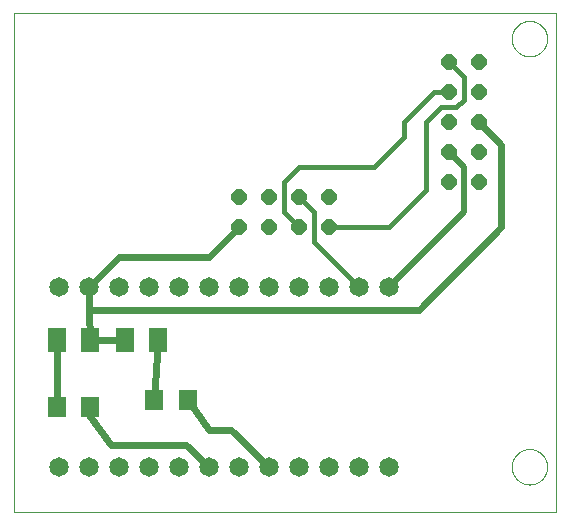
<source format=gbl>
G75*
%MOIN*%
%OFA0B0*%
%FSLAX25Y25*%
%IPPOS*%
%LPD*%
%AMOC8*
5,1,8,0,0,1.08239X$1,22.5*
%
%ADD10C,0.00000*%
%ADD11R,0.06299X0.07098*%
%ADD12R,0.06299X0.07874*%
%ADD13C,0.06496*%
%ADD14OC8,0.05150*%
%ADD15C,0.02400*%
%ADD16C,0.01600*%
%ADD17C,0.02000*%
D10*
X0001600Y0001600D02*
X0001600Y0168254D01*
X0182427Y0168254D01*
X0182427Y0001600D01*
X0001600Y0001600D01*
X0167663Y0016836D02*
X0167665Y0016989D01*
X0167671Y0017143D01*
X0167681Y0017296D01*
X0167695Y0017448D01*
X0167713Y0017601D01*
X0167735Y0017752D01*
X0167760Y0017903D01*
X0167790Y0018054D01*
X0167824Y0018204D01*
X0167861Y0018352D01*
X0167902Y0018500D01*
X0167947Y0018646D01*
X0167996Y0018792D01*
X0168049Y0018936D01*
X0168105Y0019078D01*
X0168165Y0019219D01*
X0168229Y0019359D01*
X0168296Y0019497D01*
X0168367Y0019633D01*
X0168442Y0019767D01*
X0168519Y0019899D01*
X0168601Y0020029D01*
X0168685Y0020157D01*
X0168773Y0020283D01*
X0168864Y0020406D01*
X0168958Y0020527D01*
X0169056Y0020645D01*
X0169156Y0020761D01*
X0169260Y0020874D01*
X0169366Y0020985D01*
X0169475Y0021093D01*
X0169587Y0021198D01*
X0169701Y0021299D01*
X0169819Y0021398D01*
X0169938Y0021494D01*
X0170060Y0021587D01*
X0170185Y0021676D01*
X0170312Y0021763D01*
X0170441Y0021845D01*
X0170572Y0021925D01*
X0170705Y0022001D01*
X0170840Y0022074D01*
X0170977Y0022143D01*
X0171116Y0022208D01*
X0171256Y0022270D01*
X0171398Y0022328D01*
X0171541Y0022383D01*
X0171686Y0022434D01*
X0171832Y0022481D01*
X0171979Y0022524D01*
X0172127Y0022563D01*
X0172276Y0022599D01*
X0172426Y0022630D01*
X0172577Y0022658D01*
X0172728Y0022682D01*
X0172881Y0022702D01*
X0173033Y0022718D01*
X0173186Y0022730D01*
X0173339Y0022738D01*
X0173492Y0022742D01*
X0173646Y0022742D01*
X0173799Y0022738D01*
X0173952Y0022730D01*
X0174105Y0022718D01*
X0174257Y0022702D01*
X0174410Y0022682D01*
X0174561Y0022658D01*
X0174712Y0022630D01*
X0174862Y0022599D01*
X0175011Y0022563D01*
X0175159Y0022524D01*
X0175306Y0022481D01*
X0175452Y0022434D01*
X0175597Y0022383D01*
X0175740Y0022328D01*
X0175882Y0022270D01*
X0176022Y0022208D01*
X0176161Y0022143D01*
X0176298Y0022074D01*
X0176433Y0022001D01*
X0176566Y0021925D01*
X0176697Y0021845D01*
X0176826Y0021763D01*
X0176953Y0021676D01*
X0177078Y0021587D01*
X0177200Y0021494D01*
X0177319Y0021398D01*
X0177437Y0021299D01*
X0177551Y0021198D01*
X0177663Y0021093D01*
X0177772Y0020985D01*
X0177878Y0020874D01*
X0177982Y0020761D01*
X0178082Y0020645D01*
X0178180Y0020527D01*
X0178274Y0020406D01*
X0178365Y0020283D01*
X0178453Y0020157D01*
X0178537Y0020029D01*
X0178619Y0019899D01*
X0178696Y0019767D01*
X0178771Y0019633D01*
X0178842Y0019497D01*
X0178909Y0019359D01*
X0178973Y0019219D01*
X0179033Y0019078D01*
X0179089Y0018936D01*
X0179142Y0018792D01*
X0179191Y0018646D01*
X0179236Y0018500D01*
X0179277Y0018352D01*
X0179314Y0018204D01*
X0179348Y0018054D01*
X0179378Y0017903D01*
X0179403Y0017752D01*
X0179425Y0017601D01*
X0179443Y0017448D01*
X0179457Y0017296D01*
X0179467Y0017143D01*
X0179473Y0016989D01*
X0179475Y0016836D01*
X0179473Y0016683D01*
X0179467Y0016529D01*
X0179457Y0016376D01*
X0179443Y0016224D01*
X0179425Y0016071D01*
X0179403Y0015920D01*
X0179378Y0015769D01*
X0179348Y0015618D01*
X0179314Y0015468D01*
X0179277Y0015320D01*
X0179236Y0015172D01*
X0179191Y0015026D01*
X0179142Y0014880D01*
X0179089Y0014736D01*
X0179033Y0014594D01*
X0178973Y0014453D01*
X0178909Y0014313D01*
X0178842Y0014175D01*
X0178771Y0014039D01*
X0178696Y0013905D01*
X0178619Y0013773D01*
X0178537Y0013643D01*
X0178453Y0013515D01*
X0178365Y0013389D01*
X0178274Y0013266D01*
X0178180Y0013145D01*
X0178082Y0013027D01*
X0177982Y0012911D01*
X0177878Y0012798D01*
X0177772Y0012687D01*
X0177663Y0012579D01*
X0177551Y0012474D01*
X0177437Y0012373D01*
X0177319Y0012274D01*
X0177200Y0012178D01*
X0177078Y0012085D01*
X0176953Y0011996D01*
X0176826Y0011909D01*
X0176697Y0011827D01*
X0176566Y0011747D01*
X0176433Y0011671D01*
X0176298Y0011598D01*
X0176161Y0011529D01*
X0176022Y0011464D01*
X0175882Y0011402D01*
X0175740Y0011344D01*
X0175597Y0011289D01*
X0175452Y0011238D01*
X0175306Y0011191D01*
X0175159Y0011148D01*
X0175011Y0011109D01*
X0174862Y0011073D01*
X0174712Y0011042D01*
X0174561Y0011014D01*
X0174410Y0010990D01*
X0174257Y0010970D01*
X0174105Y0010954D01*
X0173952Y0010942D01*
X0173799Y0010934D01*
X0173646Y0010930D01*
X0173492Y0010930D01*
X0173339Y0010934D01*
X0173186Y0010942D01*
X0173033Y0010954D01*
X0172881Y0010970D01*
X0172728Y0010990D01*
X0172577Y0011014D01*
X0172426Y0011042D01*
X0172276Y0011073D01*
X0172127Y0011109D01*
X0171979Y0011148D01*
X0171832Y0011191D01*
X0171686Y0011238D01*
X0171541Y0011289D01*
X0171398Y0011344D01*
X0171256Y0011402D01*
X0171116Y0011464D01*
X0170977Y0011529D01*
X0170840Y0011598D01*
X0170705Y0011671D01*
X0170572Y0011747D01*
X0170441Y0011827D01*
X0170312Y0011909D01*
X0170185Y0011996D01*
X0170060Y0012085D01*
X0169938Y0012178D01*
X0169819Y0012274D01*
X0169701Y0012373D01*
X0169587Y0012474D01*
X0169475Y0012579D01*
X0169366Y0012687D01*
X0169260Y0012798D01*
X0169156Y0012911D01*
X0169056Y0013027D01*
X0168958Y0013145D01*
X0168864Y0013266D01*
X0168773Y0013389D01*
X0168685Y0013515D01*
X0168601Y0013643D01*
X0168519Y0013773D01*
X0168442Y0013905D01*
X0168367Y0014039D01*
X0168296Y0014175D01*
X0168229Y0014313D01*
X0168165Y0014453D01*
X0168105Y0014594D01*
X0168049Y0014736D01*
X0167996Y0014880D01*
X0167947Y0015026D01*
X0167902Y0015172D01*
X0167861Y0015320D01*
X0167824Y0015468D01*
X0167790Y0015618D01*
X0167760Y0015769D01*
X0167735Y0015920D01*
X0167713Y0016071D01*
X0167695Y0016224D01*
X0167681Y0016376D01*
X0167671Y0016529D01*
X0167665Y0016683D01*
X0167663Y0016836D01*
X0167663Y0159553D02*
X0167665Y0159706D01*
X0167671Y0159860D01*
X0167681Y0160013D01*
X0167695Y0160165D01*
X0167713Y0160318D01*
X0167735Y0160469D01*
X0167760Y0160620D01*
X0167790Y0160771D01*
X0167824Y0160921D01*
X0167861Y0161069D01*
X0167902Y0161217D01*
X0167947Y0161363D01*
X0167996Y0161509D01*
X0168049Y0161653D01*
X0168105Y0161795D01*
X0168165Y0161936D01*
X0168229Y0162076D01*
X0168296Y0162214D01*
X0168367Y0162350D01*
X0168442Y0162484D01*
X0168519Y0162616D01*
X0168601Y0162746D01*
X0168685Y0162874D01*
X0168773Y0163000D01*
X0168864Y0163123D01*
X0168958Y0163244D01*
X0169056Y0163362D01*
X0169156Y0163478D01*
X0169260Y0163591D01*
X0169366Y0163702D01*
X0169475Y0163810D01*
X0169587Y0163915D01*
X0169701Y0164016D01*
X0169819Y0164115D01*
X0169938Y0164211D01*
X0170060Y0164304D01*
X0170185Y0164393D01*
X0170312Y0164480D01*
X0170441Y0164562D01*
X0170572Y0164642D01*
X0170705Y0164718D01*
X0170840Y0164791D01*
X0170977Y0164860D01*
X0171116Y0164925D01*
X0171256Y0164987D01*
X0171398Y0165045D01*
X0171541Y0165100D01*
X0171686Y0165151D01*
X0171832Y0165198D01*
X0171979Y0165241D01*
X0172127Y0165280D01*
X0172276Y0165316D01*
X0172426Y0165347D01*
X0172577Y0165375D01*
X0172728Y0165399D01*
X0172881Y0165419D01*
X0173033Y0165435D01*
X0173186Y0165447D01*
X0173339Y0165455D01*
X0173492Y0165459D01*
X0173646Y0165459D01*
X0173799Y0165455D01*
X0173952Y0165447D01*
X0174105Y0165435D01*
X0174257Y0165419D01*
X0174410Y0165399D01*
X0174561Y0165375D01*
X0174712Y0165347D01*
X0174862Y0165316D01*
X0175011Y0165280D01*
X0175159Y0165241D01*
X0175306Y0165198D01*
X0175452Y0165151D01*
X0175597Y0165100D01*
X0175740Y0165045D01*
X0175882Y0164987D01*
X0176022Y0164925D01*
X0176161Y0164860D01*
X0176298Y0164791D01*
X0176433Y0164718D01*
X0176566Y0164642D01*
X0176697Y0164562D01*
X0176826Y0164480D01*
X0176953Y0164393D01*
X0177078Y0164304D01*
X0177200Y0164211D01*
X0177319Y0164115D01*
X0177437Y0164016D01*
X0177551Y0163915D01*
X0177663Y0163810D01*
X0177772Y0163702D01*
X0177878Y0163591D01*
X0177982Y0163478D01*
X0178082Y0163362D01*
X0178180Y0163244D01*
X0178274Y0163123D01*
X0178365Y0163000D01*
X0178453Y0162874D01*
X0178537Y0162746D01*
X0178619Y0162616D01*
X0178696Y0162484D01*
X0178771Y0162350D01*
X0178842Y0162214D01*
X0178909Y0162076D01*
X0178973Y0161936D01*
X0179033Y0161795D01*
X0179089Y0161653D01*
X0179142Y0161509D01*
X0179191Y0161363D01*
X0179236Y0161217D01*
X0179277Y0161069D01*
X0179314Y0160921D01*
X0179348Y0160771D01*
X0179378Y0160620D01*
X0179403Y0160469D01*
X0179425Y0160318D01*
X0179443Y0160165D01*
X0179457Y0160013D01*
X0179467Y0159860D01*
X0179473Y0159706D01*
X0179475Y0159553D01*
X0179473Y0159400D01*
X0179467Y0159246D01*
X0179457Y0159093D01*
X0179443Y0158941D01*
X0179425Y0158788D01*
X0179403Y0158637D01*
X0179378Y0158486D01*
X0179348Y0158335D01*
X0179314Y0158185D01*
X0179277Y0158037D01*
X0179236Y0157889D01*
X0179191Y0157743D01*
X0179142Y0157597D01*
X0179089Y0157453D01*
X0179033Y0157311D01*
X0178973Y0157170D01*
X0178909Y0157030D01*
X0178842Y0156892D01*
X0178771Y0156756D01*
X0178696Y0156622D01*
X0178619Y0156490D01*
X0178537Y0156360D01*
X0178453Y0156232D01*
X0178365Y0156106D01*
X0178274Y0155983D01*
X0178180Y0155862D01*
X0178082Y0155744D01*
X0177982Y0155628D01*
X0177878Y0155515D01*
X0177772Y0155404D01*
X0177663Y0155296D01*
X0177551Y0155191D01*
X0177437Y0155090D01*
X0177319Y0154991D01*
X0177200Y0154895D01*
X0177078Y0154802D01*
X0176953Y0154713D01*
X0176826Y0154626D01*
X0176697Y0154544D01*
X0176566Y0154464D01*
X0176433Y0154388D01*
X0176298Y0154315D01*
X0176161Y0154246D01*
X0176022Y0154181D01*
X0175882Y0154119D01*
X0175740Y0154061D01*
X0175597Y0154006D01*
X0175452Y0153955D01*
X0175306Y0153908D01*
X0175159Y0153865D01*
X0175011Y0153826D01*
X0174862Y0153790D01*
X0174712Y0153759D01*
X0174561Y0153731D01*
X0174410Y0153707D01*
X0174257Y0153687D01*
X0174105Y0153671D01*
X0173952Y0153659D01*
X0173799Y0153651D01*
X0173646Y0153647D01*
X0173492Y0153647D01*
X0173339Y0153651D01*
X0173186Y0153659D01*
X0173033Y0153671D01*
X0172881Y0153687D01*
X0172728Y0153707D01*
X0172577Y0153731D01*
X0172426Y0153759D01*
X0172276Y0153790D01*
X0172127Y0153826D01*
X0171979Y0153865D01*
X0171832Y0153908D01*
X0171686Y0153955D01*
X0171541Y0154006D01*
X0171398Y0154061D01*
X0171256Y0154119D01*
X0171116Y0154181D01*
X0170977Y0154246D01*
X0170840Y0154315D01*
X0170705Y0154388D01*
X0170572Y0154464D01*
X0170441Y0154544D01*
X0170312Y0154626D01*
X0170185Y0154713D01*
X0170060Y0154802D01*
X0169938Y0154895D01*
X0169819Y0154991D01*
X0169701Y0155090D01*
X0169587Y0155191D01*
X0169475Y0155296D01*
X0169366Y0155404D01*
X0169260Y0155515D01*
X0169156Y0155628D01*
X0169056Y0155744D01*
X0168958Y0155862D01*
X0168864Y0155983D01*
X0168773Y0156106D01*
X0168685Y0156232D01*
X0168601Y0156360D01*
X0168519Y0156490D01*
X0168442Y0156622D01*
X0168367Y0156756D01*
X0168296Y0156892D01*
X0168229Y0157030D01*
X0168165Y0157170D01*
X0168105Y0157311D01*
X0168049Y0157453D01*
X0167996Y0157597D01*
X0167947Y0157743D01*
X0167902Y0157889D01*
X0167861Y0158037D01*
X0167824Y0158185D01*
X0167790Y0158335D01*
X0167760Y0158486D01*
X0167735Y0158637D01*
X0167713Y0158788D01*
X0167695Y0158941D01*
X0167681Y0159093D01*
X0167671Y0159246D01*
X0167665Y0159400D01*
X0167663Y0159553D01*
D11*
X0059698Y0039100D03*
X0048502Y0039100D03*
X0027198Y0036600D03*
X0016002Y0036600D03*
D12*
X0016088Y0059100D03*
X0027112Y0059100D03*
X0038588Y0059100D03*
X0049612Y0059100D03*
D13*
X0046600Y0076600D03*
X0056600Y0076600D03*
X0066600Y0076600D03*
X0076600Y0076600D03*
X0086600Y0076600D03*
X0096600Y0076600D03*
X0106600Y0076600D03*
X0116600Y0076600D03*
X0126600Y0076600D03*
X0126600Y0016600D03*
X0116600Y0016600D03*
X0106600Y0016600D03*
X0096600Y0016600D03*
X0086600Y0016600D03*
X0076600Y0016600D03*
X0066600Y0016600D03*
X0056600Y0016600D03*
X0046600Y0016600D03*
X0036600Y0016600D03*
X0026600Y0016600D03*
X0016600Y0016600D03*
X0016600Y0076600D03*
X0026600Y0076600D03*
X0036600Y0076600D03*
D14*
X0076600Y0096600D03*
X0076600Y0106600D03*
X0086600Y0106600D03*
X0086600Y0096600D03*
X0096600Y0096600D03*
X0096600Y0106600D03*
X0106600Y0106600D03*
X0106600Y0096600D03*
X0146600Y0111600D03*
X0146600Y0121600D03*
X0146600Y0131600D03*
X0146600Y0141600D03*
X0146600Y0151600D03*
X0156600Y0151600D03*
X0156600Y0141600D03*
X0156600Y0131600D03*
X0156600Y0121600D03*
X0156600Y0111600D03*
D15*
X0164100Y0124100D02*
X0164100Y0096600D01*
X0136600Y0069100D01*
X0026888Y0069100D01*
X0026821Y0069033D01*
X0027112Y0059100D01*
X0038588Y0059100D01*
X0049612Y0059100D02*
X0048502Y0039100D01*
X0059698Y0039100D02*
X0066600Y0029100D01*
X0074100Y0029100D01*
X0086600Y0016600D01*
X0066600Y0016600D02*
X0059100Y0024100D01*
X0034100Y0024100D01*
X0026600Y0034100D01*
X0027198Y0036600D01*
X0016002Y0036600D02*
X0016088Y0059100D01*
X0026821Y0069033D02*
X0026600Y0076600D01*
X0036600Y0086600D01*
X0066600Y0086600D01*
X0076600Y0096600D01*
X0156600Y0131600D02*
X0164100Y0124100D01*
D16*
X0149100Y0136600D02*
X0144100Y0136600D01*
X0139100Y0131600D01*
X0139100Y0109100D01*
X0126600Y0096600D01*
X0106600Y0096600D01*
X0101600Y0091600D02*
X0116600Y0076600D01*
X0101600Y0091600D02*
X0101600Y0101600D01*
X0096600Y0106600D01*
X0091600Y0111600D02*
X0091600Y0101600D01*
X0096600Y0096600D01*
X0091600Y0111600D02*
X0096600Y0116600D01*
X0121600Y0116600D01*
X0131600Y0126600D01*
X0131600Y0131600D01*
X0141600Y0141600D01*
X0146600Y0141600D01*
X0151600Y0139100D02*
X0149100Y0136600D01*
X0151600Y0139100D02*
X0151600Y0146600D01*
X0146600Y0151600D01*
D17*
X0146600Y0121600D02*
X0151600Y0116600D01*
X0151600Y0101600D01*
X0126600Y0076600D01*
M02*

</source>
